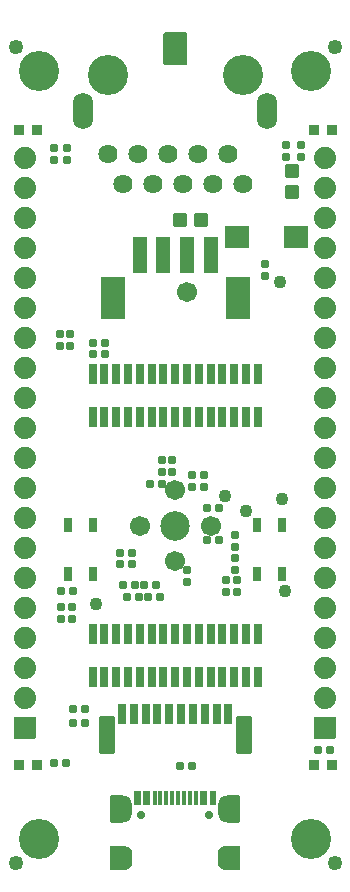
<source format=gbr>
%TF.GenerationSoftware,KiCad,Pcbnew,7.0.11-7.0.11~ubuntu22.04.1*%
%TF.CreationDate,2025-02-03T16:18:30+02:00*%
%TF.ProjectId,ESP32-P4-DevKit_Rev_C,45535033-322d-4503-942d-4465764b6974,C*%
%TF.SameCoordinates,PX80befc0PY7459280*%
%TF.FileFunction,Soldermask,Top*%
%TF.FilePolarity,Negative*%
%FSLAX46Y46*%
G04 Gerber Fmt 4.6, Leading zero omitted, Abs format (unit mm)*
G04 Created by KiCad (PCBNEW 7.0.11-7.0.11~ubuntu22.04.1) date 2025-02-03 16:18:30*
%MOMM*%
%LPD*%
G01*
G04 APERTURE LIST*
G04 Aperture macros list*
%AMRoundRect*
0 Rectangle with rounded corners*
0 $1 Rounding radius*
0 $2 $3 $4 $5 $6 $7 $8 $9 X,Y pos of 4 corners*
0 Add a 4 corners polygon primitive as box body*
4,1,4,$2,$3,$4,$5,$6,$7,$8,$9,$2,$3,0*
0 Add four circle primitives for the rounded corners*
1,1,$1+$1,$2,$3*
1,1,$1+$1,$4,$5*
1,1,$1+$1,$6,$7*
1,1,$1+$1,$8,$9*
0 Add four rect primitives between the rounded corners*
20,1,$1+$1,$2,$3,$4,$5,0*
20,1,$1+$1,$4,$5,$6,$7,0*
20,1,$1+$1,$6,$7,$8,$9,0*
20,1,$1+$1,$8,$9,$2,$3,0*%
G04 Aperture macros list end*
%ADD10C,0.701600*%
%ADD11RoundRect,0.050800X-0.550000X-1.100000X0.550000X-1.100000X0.550000X1.100000X-0.550000X1.100000X0*%
%ADD12O,1.301600X2.301600*%
%ADD13RoundRect,0.050800X-0.550000X-1.000000X0.550000X-1.000000X0.550000X1.000000X-0.550000X1.000000X0*%
%ADD14O,1.401600X2.101600*%
%ADD15RoundRect,0.050800X-0.150000X-0.575000X0.150000X-0.575000X0.150000X0.575000X-0.150000X0.575000X0*%
%ADD16RoundRect,0.050800X-0.125000X-0.575000X0.125000X-0.575000X0.125000X0.575000X-0.125000X0.575000X0*%
%ADD17RoundRect,0.050800X-0.300000X-0.825000X0.300000X-0.825000X0.300000X0.825000X-0.300000X0.825000X0*%
%ADD18RoundRect,0.050800X-0.400000X-0.400000X0.400000X-0.400000X0.400000X0.400000X-0.400000X0.400000X0*%
%ADD19RoundRect,0.050800X0.250000X0.275000X-0.250000X0.275000X-0.250000X-0.275000X0.250000X-0.275000X0*%
%ADD20RoundRect,0.050800X-0.250000X-0.275000X0.250000X-0.275000X0.250000X0.275000X-0.250000X0.275000X0*%
%ADD21RoundRect,0.050800X0.400000X0.400000X-0.400000X0.400000X-0.400000X-0.400000X0.400000X-0.400000X0*%
%ADD22C,1.101600*%
%ADD23RoundRect,0.050800X0.275000X-0.250000X0.275000X0.250000X-0.275000X0.250000X-0.275000X-0.250000X0*%
%ADD24RoundRect,0.050800X-0.275000X0.250000X-0.275000X-0.250000X0.275000X-0.250000X0.275000X0.250000X0*%
%ADD25RoundRect,0.050800X0.325000X-0.525000X0.325000X0.525000X-0.325000X0.525000X-0.325000X-0.525000X0*%
%ADD26RoundRect,0.050800X-0.508000X-0.508000X0.508000X-0.508000X0.508000X0.508000X-0.508000X0.508000X0*%
%ADD27C,1.254000*%
%ADD28RoundRect,0.050800X-0.325000X0.525000X-0.325000X-0.525000X0.325000X-0.525000X0.325000X0.525000X0*%
%ADD29C,3.401601*%
%ADD30O,1.701600X3.101599*%
%ADD31C,1.625600*%
%ADD32RoundRect,0.050800X0.600000X1.550000X-0.600000X1.550000X-0.600000X-1.550000X0.600000X-1.550000X0*%
%ADD33RoundRect,0.050800X0.300000X0.775000X-0.300000X0.775000X-0.300000X-0.775000X0.300000X-0.775000X0*%
%ADD34RoundRect,0.050800X-1.000000X-1.750000X1.000000X-1.750000X1.000000X1.750000X-1.000000X1.750000X0*%
%ADD35RoundRect,0.050800X-0.500000X-1.500000X0.500000X-1.500000X0.500000X1.500000X-0.500000X1.500000X0*%
%ADD36RoundRect,0.050800X0.508000X-0.508000X0.508000X0.508000X-0.508000X0.508000X-0.508000X-0.508000X0*%
%ADD37RoundRect,0.050800X1.000000X0.850000X-1.000000X0.850000X-1.000000X-0.850000X1.000000X-0.850000X0*%
%ADD38RoundRect,0.050800X0.889000X-0.889000X0.889000X0.889000X-0.889000X0.889000X-0.889000X-0.889000X0*%
%ADD39C,1.879600*%
%ADD40C,1.701600*%
%ADD41C,2.501600*%
G04 APERTURE END LIST*
D10*
%TO.C,USB-Serial/JTAG1*%
X17890000Y5530000D03*
X12110000Y5530000D03*
D11*
X19927600Y6030000D03*
D12*
X19320000Y6030000D03*
X10680000Y6030000D03*
D11*
X10072400Y6030000D03*
D13*
X19927600Y1850000D03*
D14*
X19320000Y1850000D03*
X10680000Y1850000D03*
D13*
X10072400Y1850000D03*
D15*
X11675000Y6932000D03*
X12475000Y6932000D03*
D16*
X13750000Y6932000D03*
X14750000Y6932000D03*
X15250000Y6932000D03*
X16250000Y6932000D03*
D15*
X17525000Y6932000D03*
X18325000Y6932000D03*
X18075000Y6932000D03*
X17275000Y6932000D03*
D16*
X16750000Y6932000D03*
X15750000Y6932000D03*
X14250000Y6932000D03*
X13250000Y6932000D03*
D15*
X12725000Y6932000D03*
X11925000Y6932000D03*
%TD*%
D17*
%TO.C,MIPI-CSI1*%
X22000000Y42825000D03*
X21000000Y42825000D03*
X20000000Y42825000D03*
X19000000Y42825000D03*
X18000000Y42825000D03*
X17000000Y42825000D03*
X16000000Y42825000D03*
X15000000Y42825000D03*
X14000000Y42825000D03*
X13000000Y42825000D03*
X12000000Y42825000D03*
X11000000Y42825000D03*
X10000000Y42825000D03*
X9000000Y42825000D03*
X8000000Y42825000D03*
X8000000Y39175000D03*
X9000000Y39175000D03*
X10000000Y39175000D03*
X11000000Y39175000D03*
X12000000Y39175000D03*
X13000000Y39175000D03*
X14000000Y39175000D03*
X15000000Y39175000D03*
X16000000Y39175000D03*
X17000000Y39175000D03*
X18000000Y39175000D03*
X19000000Y39175000D03*
X20000000Y39175000D03*
X21000000Y39175000D03*
X22000000Y39175000D03*
%TD*%
D18*
%TO.C,USER_LED1*%
X3262000Y9700000D03*
X1738000Y9700000D03*
%TD*%
D19*
%TO.C,C4*%
X10288000Y27639000D03*
D20*
X11304000Y27639000D03*
%TD*%
D21*
%TO.C,LED_LINK1*%
X1738000Y63500000D03*
X3262000Y63500000D03*
%TD*%
D22*
%TO.C,5V_PoE1*%
X23877000Y50626000D03*
%TD*%
D23*
%TO.C,C33*%
X20067000Y29163000D03*
D24*
X20067000Y28147000D03*
%TD*%
D25*
%TO.C,BOOT1*%
X5925000Y25925000D03*
X5925000Y30075000D03*
X8075000Y25925000D03*
X8075000Y30075000D03*
%TD*%
D24*
%TO.C,C52*%
X20194000Y24337000D03*
D23*
X20194000Y25353000D03*
%TD*%
D20*
%TO.C,R14*%
X7367000Y14431000D03*
D19*
X6351000Y14431000D03*
%TD*%
%TO.C,C3*%
X10288000Y26750000D03*
D20*
X11304000Y26750000D03*
%TD*%
D22*
%TO.C,VO4*%
X24258000Y24464000D03*
%TD*%
D24*
%TO.C,C37*%
X5335000Y22051000D03*
D23*
X5335000Y23067000D03*
%TD*%
%TO.C,C50*%
X20067000Y27258000D03*
D24*
X20067000Y26242000D03*
%TD*%
%TO.C,R22*%
X6097000Y45165000D03*
D23*
X6097000Y46181000D03*
%TD*%
D21*
%TO.C,LED_ACT1*%
X26738000Y63500000D03*
X28262000Y63500000D03*
%TD*%
D19*
%TO.C,C45*%
X12701000Y23956000D03*
D20*
X13717000Y23956000D03*
%TD*%
D19*
%TO.C,C27*%
X8002000Y45419000D03*
D20*
X9018000Y45419000D03*
%TD*%
D26*
%TO.C,C15*%
X15368000Y55833000D03*
X17146000Y55833000D03*
%TD*%
D17*
%TO.C,MIPI-DSI1*%
X22000000Y20825000D03*
X21000000Y20825000D03*
X20000000Y20825000D03*
X19000000Y20825000D03*
X18000000Y20825000D03*
X17000000Y20825000D03*
X16000000Y20825000D03*
X15000000Y20825000D03*
X14000000Y20825000D03*
X13000000Y20825000D03*
X12000000Y20825000D03*
X11000000Y20825000D03*
X10000000Y20825000D03*
X9000000Y20825000D03*
X8000000Y20825000D03*
X8000000Y17175000D03*
X9000000Y17175000D03*
X10000000Y17175000D03*
X11000000Y17175000D03*
X12000000Y17175000D03*
X13000000Y17175000D03*
X14000000Y17175000D03*
X15000000Y17175000D03*
X16000000Y17175000D03*
X17000000Y17175000D03*
X18000000Y17175000D03*
X19000000Y17175000D03*
X20000000Y17175000D03*
X21000000Y17175000D03*
X22000000Y17175000D03*
%TD*%
D23*
%TO.C,R8*%
X24385000Y62183000D03*
D24*
X24385000Y61167000D03*
%TD*%
D19*
%TO.C,C41*%
X12320000Y24972000D03*
D20*
X13336000Y24972000D03*
%TD*%
D19*
%TO.C,C28*%
X8002000Y44530000D03*
D20*
X9018000Y44530000D03*
%TD*%
D22*
%TO.C,CORE1*%
X8256000Y23321000D03*
%TD*%
D27*
%TO.C,FID2*%
X1500000Y70500000D03*
%TD*%
D28*
%TO.C,RST1*%
X24075000Y30075000D03*
X24075000Y25925000D03*
X21925000Y30075000D03*
X21925000Y25925000D03*
%TD*%
D19*
%TO.C,C55*%
X17654000Y28782000D03*
D20*
X18670000Y28782000D03*
%TD*%
D19*
%TO.C,R1*%
X12828000Y33481000D03*
D20*
X13844000Y33481000D03*
%TD*%
D24*
%TO.C,C38*%
X6224000Y22051000D03*
D23*
X6224000Y23067000D03*
%TD*%
D22*
%TO.C,VO2*%
X24004000Y32211000D03*
%TD*%
D18*
%TO.C,PWR_LED1*%
X28262000Y9700000D03*
X26738000Y9700000D03*
%TD*%
D19*
%TO.C,R16*%
X6351000Y13288000D03*
D20*
X7367000Y13288000D03*
%TD*%
D23*
%TO.C,C11*%
X16384000Y34243000D03*
D24*
X16384000Y33227000D03*
%TD*%
D29*
%TO.C,LAN_CON1*%
X20715000Y68150000D03*
X9285000Y68150000D03*
D30*
X22800000Y65100000D03*
X7200000Y65100000D03*
D31*
X20715000Y58960000D03*
X19445000Y61500000D03*
X18175000Y58960000D03*
X16905000Y61500000D03*
X15635000Y58960000D03*
X14365000Y61500000D03*
X13095000Y58960000D03*
X11825000Y61500000D03*
X10555000Y58960000D03*
X9285000Y61500000D03*
%TD*%
D20*
%TO.C,C42*%
X11558000Y24972000D03*
D19*
X10542000Y24972000D03*
%TD*%
D32*
%TO.C,pUEXT1*%
X20800000Y12250000D03*
X9200000Y12250000D03*
D33*
X19500000Y14025000D03*
X18500000Y14025000D03*
X17500000Y14025000D03*
X16500000Y14025000D03*
X15500000Y14025000D03*
X14500000Y14025000D03*
X13500000Y14025000D03*
X12500000Y14025000D03*
X11500000Y14025000D03*
X10500000Y14025000D03*
%TD*%
D23*
%TO.C,R23*%
X5208000Y46181000D03*
D24*
X5208000Y45165000D03*
%TD*%
D29*
%TO.C,MH4*%
X26500000Y3500000D03*
%TD*%
D23*
%TO.C,C46*%
X16003000Y26242000D03*
D24*
X16003000Y25226000D03*
%TD*%
D34*
%TO.C,POE_PWR1*%
X9700000Y49275000D03*
X20300000Y49275000D03*
D35*
X12000000Y52900000D03*
X14000000Y52900000D03*
X16000000Y52900000D03*
X18000000Y52900000D03*
%TD*%
D19*
%TO.C,C29*%
X17654000Y31449000D03*
D20*
X18670000Y31449000D03*
%TD*%
D23*
%TO.C,R7*%
X25655000Y62183000D03*
D24*
X25655000Y61167000D03*
%TD*%
%TO.C,C9*%
X14733000Y34497000D03*
D23*
X14733000Y35513000D03*
%TD*%
D24*
%TO.C,R27*%
X22607000Y51134000D03*
D23*
X22607000Y52150000D03*
%TD*%
D19*
%TO.C,C57*%
X5335000Y24464000D03*
D20*
X6351000Y24464000D03*
%TD*%
D24*
%TO.C,C49*%
X19305000Y24337000D03*
D23*
X19305000Y25353000D03*
%TD*%
D29*
%TO.C,MH2*%
X3500000Y68500000D03*
%TD*%
%TO.C,MH1*%
X3500000Y3500000D03*
%TD*%
D27*
%TO.C,FID3*%
X28500000Y70500000D03*
%TD*%
D23*
%TO.C,C10*%
X17400000Y34243000D03*
D24*
X17400000Y33227000D03*
%TD*%
D23*
%TO.C,R9*%
X5800000Y62008000D03*
D24*
X5800000Y60992000D03*
%TD*%
D23*
%TO.C,R10*%
X4700000Y62008000D03*
D24*
X4700000Y60992000D03*
%TD*%
D36*
%TO.C,C14*%
X24893000Y58246000D03*
X24893000Y60024000D03*
%TD*%
D20*
%TO.C,C40*%
X11939000Y23956000D03*
D19*
X10923000Y23956000D03*
%TD*%
D37*
%TO.C,D1*%
X25234000Y54436000D03*
X20234000Y54436000D03*
%TD*%
D27*
%TO.C,FID1*%
X1500000Y1400000D03*
%TD*%
D24*
%TO.C,C8*%
X13844000Y34497000D03*
D23*
X13844000Y35513000D03*
%TD*%
D19*
%TO.C,R4*%
X4700000Y9859000D03*
D20*
X5716000Y9859000D03*
%TD*%
D22*
%TO.C,VO3*%
X19178000Y32465000D03*
%TD*%
D20*
%TO.C,R6*%
X16384000Y9605000D03*
D19*
X15368000Y9605000D03*
%TD*%
D27*
%TO.C,FID4*%
X28500000Y1400000D03*
%TD*%
D29*
%TO.C,MH3*%
X26500000Y68500000D03*
%TD*%
D19*
%TO.C,R34*%
X27052000Y11002000D03*
D20*
X28068000Y11002000D03*
%TD*%
D22*
%TO.C,VO1*%
X20956000Y31195000D03*
%TD*%
D38*
%TO.C,EXT1*%
X2300000Y12870000D03*
D39*
X2300000Y15410000D03*
X2300000Y17950000D03*
X2300000Y20490000D03*
X2300000Y23030000D03*
X2300000Y25570000D03*
X2300000Y28110000D03*
X2300000Y30650000D03*
X2300000Y33190000D03*
X2300000Y35730000D03*
X2300000Y38270000D03*
X2300000Y40810000D03*
X2300000Y43350000D03*
X2300000Y45890000D03*
X2300000Y48430000D03*
X2300000Y50970000D03*
X2300000Y53510000D03*
X2300000Y56050000D03*
X2300000Y58590000D03*
X2300000Y61130000D03*
%TD*%
D40*
%TO.C,U1*%
X15000000Y27000000D03*
X12000000Y30000000D03*
D41*
X15000000Y30000000D03*
D40*
X18000000Y30000000D03*
X15000000Y33000000D03*
%TD*%
%TO.C,U2*%
X16003000Y49737000D03*
%TD*%
D38*
%TO.C,EXT2*%
X27700000Y12870000D03*
D39*
X27700000Y15410000D03*
X27700000Y17950000D03*
X27700000Y20490000D03*
X27700000Y23030000D03*
X27700000Y25570000D03*
X27700000Y28110000D03*
X27700000Y30650000D03*
X27700000Y33190000D03*
X27700000Y35730000D03*
X27700000Y38270000D03*
X27700000Y40810000D03*
X27700000Y43350000D03*
X27700000Y45890000D03*
X27700000Y48430000D03*
X27700000Y50970000D03*
X27700000Y53510000D03*
X27700000Y56050000D03*
X27700000Y58590000D03*
X27700000Y61130000D03*
%TD*%
G36*
X15943039Y71730315D02*
G01*
X15988794Y71677511D01*
X16000000Y71626000D01*
X16000000Y69124000D01*
X15980315Y69056961D01*
X15927511Y69011206D01*
X15876000Y69000000D01*
X14124000Y69000000D01*
X14056961Y69019685D01*
X14011206Y69072489D01*
X14000000Y69124000D01*
X14000000Y71626000D01*
X14019685Y71693039D01*
X14072489Y71738794D01*
X14124000Y71750000D01*
X15876000Y71750000D01*
X15943039Y71730315D01*
G37*
M02*

</source>
